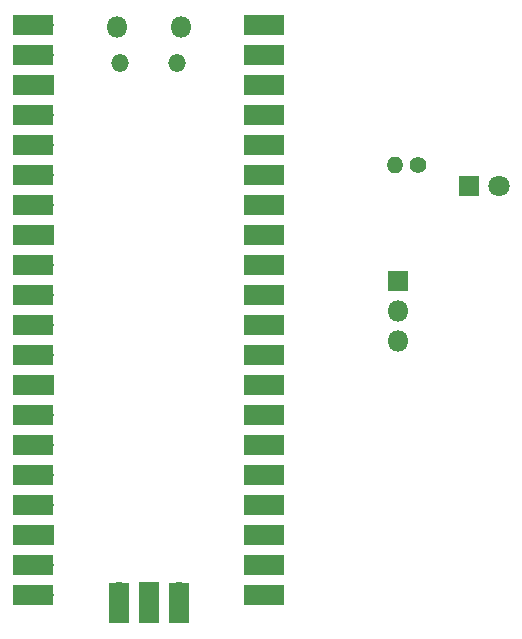
<source format=gbr>
%TF.GenerationSoftware,KiCad,Pcbnew,8.0.0*%
%TF.CreationDate,2024-03-27T20:18:41-03:00*%
%TF.ProjectId,ponderadaPcb,706f6e64-6572-4616-9461-5063622e6b69,rev?*%
%TF.SameCoordinates,Original*%
%TF.FileFunction,Soldermask,Top*%
%TF.FilePolarity,Negative*%
%FSLAX46Y46*%
G04 Gerber Fmt 4.6, Leading zero omitted, Abs format (unit mm)*
G04 Created by KiCad (PCBNEW 8.0.0) date 2024-03-27 20:18:41*
%MOMM*%
%LPD*%
G01*
G04 APERTURE LIST*
%ADD10O,1.800000X1.800000*%
%ADD11O,1.500000X1.500000*%
%ADD12O,1.700000X1.700000*%
%ADD13R,3.500000X1.700000*%
%ADD14R,1.700000X1.700000*%
%ADD15R,1.700000X3.500000*%
%ADD16C,1.400000*%
%ADD17O,1.400000X1.400000*%
%ADD18R,1.800000X1.800000*%
%ADD19C,1.800000*%
G04 APERTURE END LIST*
D10*
%TO.C,U1*%
X147870000Y-70785000D03*
X142420000Y-70785000D03*
D11*
X142720000Y-73815000D03*
X147570000Y-73815000D03*
D12*
X136255000Y-70655000D03*
D13*
X135355000Y-70655000D03*
D12*
X136255000Y-73195000D03*
D13*
X135355000Y-73195000D03*
X135355000Y-75735000D03*
D14*
X136255000Y-75735000D03*
D12*
X136255000Y-78275000D03*
D13*
X135355000Y-78275000D03*
D12*
X136255000Y-80815000D03*
D13*
X135355000Y-80815000D03*
D12*
X136255000Y-83355000D03*
D13*
X135355000Y-83355000D03*
X135355000Y-85895000D03*
D12*
X136255000Y-85895000D03*
D14*
X136255000Y-88435000D03*
D13*
X135355000Y-88435000D03*
X135355000Y-90975000D03*
D12*
X136255000Y-90975000D03*
X136255000Y-93515000D03*
D13*
X135355000Y-93515000D03*
X135355000Y-96055000D03*
D12*
X136255000Y-96055000D03*
X136255000Y-98595000D03*
D13*
X135355000Y-98595000D03*
D14*
X136255000Y-101135000D03*
D13*
X135355000Y-101135000D03*
X135355000Y-103675000D03*
D12*
X136255000Y-103675000D03*
X136255000Y-106215000D03*
D13*
X135355000Y-106215000D03*
X135355000Y-108755000D03*
D12*
X136255000Y-108755000D03*
D13*
X135355000Y-111295000D03*
D12*
X136255000Y-111295000D03*
D13*
X135355000Y-113835000D03*
D14*
X136255000Y-113835000D03*
D12*
X136255000Y-116375000D03*
D13*
X135355000Y-116375000D03*
X135355000Y-118915000D03*
D12*
X136255000Y-118915000D03*
D13*
X154935000Y-118915000D03*
D12*
X154035000Y-118915000D03*
D13*
X154935000Y-116375000D03*
D12*
X154035000Y-116375000D03*
D13*
X154935000Y-113835000D03*
D14*
X154035000Y-113835000D03*
D12*
X154035000Y-111295000D03*
D13*
X154935000Y-111295000D03*
X154935000Y-108755000D03*
D12*
X154035000Y-108755000D03*
D13*
X154935000Y-106215000D03*
D12*
X154035000Y-106215000D03*
X154035000Y-103675000D03*
D13*
X154935000Y-103675000D03*
D14*
X154035000Y-101135000D03*
D13*
X154935000Y-101135000D03*
D12*
X154035000Y-98595000D03*
D13*
X154935000Y-98595000D03*
X154935000Y-96055000D03*
D12*
X154035000Y-96055000D03*
X154035000Y-93515000D03*
D13*
X154935000Y-93515000D03*
D12*
X154035000Y-90975000D03*
D13*
X154935000Y-90975000D03*
X154935000Y-88435000D03*
D14*
X154035000Y-88435000D03*
D13*
X154935000Y-85895000D03*
D12*
X154035000Y-85895000D03*
D13*
X154935000Y-83355000D03*
D12*
X154035000Y-83355000D03*
X154035000Y-80815000D03*
D13*
X154935000Y-80815000D03*
X154935000Y-78275000D03*
D12*
X154035000Y-78275000D03*
D13*
X154935000Y-75735000D03*
D14*
X154035000Y-75735000D03*
D13*
X154935000Y-73195000D03*
D12*
X154035000Y-73195000D03*
X154035000Y-70655000D03*
D13*
X154935000Y-70655000D03*
D15*
X142605000Y-119585000D03*
D12*
X142605000Y-118685000D03*
D14*
X145145000Y-118685000D03*
D15*
X145145000Y-119585000D03*
D12*
X147685000Y-118685000D03*
D15*
X147685000Y-119585000D03*
%TD*%
D16*
%TO.C,R1*%
X167905000Y-82500000D03*
D17*
X166005000Y-82500000D03*
%TD*%
D18*
%TO.C,Q1*%
X166250000Y-92275000D03*
D10*
X166250000Y-94815000D03*
X166250000Y-97355000D03*
%TD*%
D18*
%TO.C,D1*%
X172250000Y-84275000D03*
D19*
X174790000Y-84275000D03*
%TD*%
M02*

</source>
